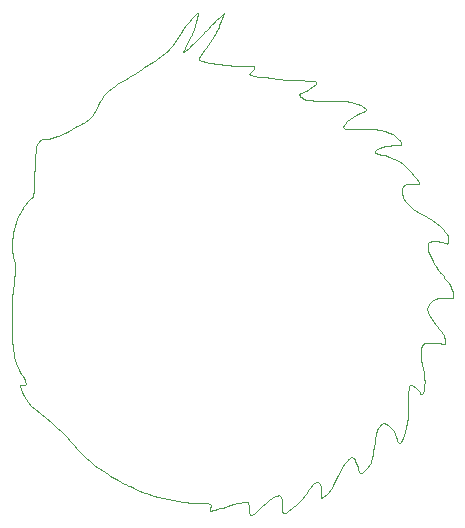
<source format=gbr>
G04 #@! TF.GenerationSoftware,KiCad,Pcbnew,5.1.4-e60b266~84~ubuntu18.04.1*
G04 #@! TF.CreationDate,2019-11-05T13:07:08-07:00*
G04 #@! TF.ProjectId,001,3030312e-6b69-4636-9164-5f7063625858,rev?*
G04 #@! TF.SameCoordinates,Original*
G04 #@! TF.FileFunction,Profile,NP*
%FSLAX46Y46*%
G04 Gerber Fmt 4.6, Leading zero omitted, Abs format (unit mm)*
G04 Created by KiCad (PCBNEW 5.1.4-e60b266~84~ubuntu18.04.1) date 2019-11-05 13:07:08*
%MOMM*%
%LPD*%
G04 APERTURE LIST*
%ADD10C,0.100000*%
G04 APERTURE END LIST*
D10*
X150281413Y-121034890D02*
X150281540Y-121035188D01*
X150281412Y-121034886D02*
X150281413Y-121034890D01*
X150281411Y-121034881D02*
X150281412Y-121034886D01*
X150281410Y-121034876D02*
X150281411Y-121034881D01*
X150281410Y-121034872D02*
X150281410Y-121034876D01*
X150281409Y-121034867D02*
X150281410Y-121034872D01*
X150281408Y-121034863D02*
X150281409Y-121034867D01*
X150281784Y-121097448D02*
X150281408Y-121034863D01*
X150284707Y-121173888D02*
X150281784Y-121097448D01*
X150291307Y-121233218D02*
X150284707Y-121173888D01*
X150302367Y-121277448D02*
X150291307Y-121233218D01*
X150318937Y-121308618D02*
X150302367Y-121277448D01*
X150341967Y-121328768D02*
X150318937Y-121308618D01*
X150372377Y-121339868D02*
X150341967Y-121328768D01*
X150411147Y-121344168D02*
X150372377Y-121339868D01*
X150467567Y-121343968D02*
X150411147Y-121344168D01*
X150522897Y-121336928D02*
X150467567Y-121343968D01*
X150582707Y-121313728D02*
X150522897Y-121336928D01*
X150658767Y-121265368D02*
X150582707Y-121313728D01*
X150762883Y-121182688D02*
X150658767Y-121265368D01*
X150906855Y-121056561D02*
X150762883Y-121182688D01*
X151102455Y-120877857D02*
X150906855Y-121056561D01*
X151361486Y-120637449D02*
X151102455Y-120877857D01*
X151684756Y-120340242D02*
X151361486Y-120637449D01*
X151974329Y-120097366D02*
X151684756Y-120340242D01*
X152226835Y-119912447D02*
X151974329Y-120097366D01*
X152443202Y-119785071D02*
X152226835Y-119912447D01*
X152624408Y-119714791D02*
X152443202Y-119785071D01*
X152771372Y-119701331D02*
X152624408Y-119714791D01*
X152885062Y-119744181D02*
X152771372Y-119701331D01*
X152966422Y-119842951D02*
X152885062Y-119744181D01*
X152994232Y-119920061D02*
X152966422Y-119842951D01*
X153007622Y-119981401D02*
X152994232Y-119920061D01*
X153019792Y-120059731D02*
X153007622Y-119981401D01*
X153030662Y-120151971D02*
X153019792Y-120059731D01*
X153039762Y-120255089D02*
X153030662Y-120151971D01*
X153046862Y-120366016D02*
X153039762Y-120255089D01*
X153051834Y-120481663D02*
X153046862Y-120366016D01*
X153054162Y-120599006D02*
X153051834Y-120481663D01*
X153054414Y-120754120D02*
X153054162Y-120599006D01*
X153056769Y-120895323D02*
X153054414Y-120754120D01*
X153062069Y-121004023D02*
X153056769Y-120895323D01*
X153071419Y-121084263D02*
X153062069Y-121004023D01*
X153085499Y-121140113D02*
X153071419Y-121084263D01*
X153105399Y-121175683D02*
X153085499Y-121140113D01*
X153131819Y-121194933D02*
X153105399Y-121175683D01*
X153165819Y-121201933D02*
X153131819Y-121194933D01*
X153234409Y-121195053D02*
X153165819Y-121201933D01*
X153347821Y-121150233D02*
X153234409Y-121195053D01*
X153488502Y-121072553D02*
X153347821Y-121150233D01*
X153649445Y-120967044D02*
X153488502Y-121072553D01*
X153823681Y-120838781D02*
X153649445Y-120967044D01*
X154004201Y-120692821D02*
X153823681Y-120838781D01*
X154184028Y-120534211D02*
X154004201Y-120692821D01*
X154356172Y-120368017D02*
X154184028Y-120534211D01*
X154540089Y-120174548D02*
X154356172Y-120368017D01*
X154695847Y-120009650D02*
X154540089Y-120174548D01*
X154816215Y-119879787D02*
X154695847Y-120009650D01*
X154909905Y-119774637D02*
X154816215Y-119879787D01*
X154985635Y-119683887D02*
X154909905Y-119774637D01*
X155052135Y-119597207D02*
X154985635Y-119683887D01*
X155118115Y-119504307D02*
X155052135Y-119597207D01*
X155192295Y-119394838D02*
X155118115Y-119504307D01*
X155325069Y-119197255D02*
X155192295Y-119394838D01*
X155457161Y-119007815D02*
X155325069Y-119197255D01*
X155568094Y-118859208D02*
X155457161Y-119007815D01*
X155662274Y-118746933D02*
X155568094Y-118859208D01*
X155744074Y-118666513D02*
X155662274Y-118746933D01*
X155817904Y-118613453D02*
X155744074Y-118666513D01*
X155888154Y-118583283D02*
X155817904Y-118613453D01*
X155959214Y-118571483D02*
X155888154Y-118583283D01*
X156047884Y-118574183D02*
X155959214Y-118571483D01*
X156127674Y-118595733D02*
X156047884Y-118574183D01*
X156191704Y-118639373D02*
X156127674Y-118595733D01*
X156241384Y-118708483D02*
X156191704Y-118639373D01*
X156278104Y-118806383D02*
X156241384Y-118708483D01*
X156303294Y-118936449D02*
X156278104Y-118806383D01*
X156318284Y-119102005D02*
X156303294Y-118936449D01*
X156324484Y-119306396D02*
X156318284Y-119102005D01*
X156324484Y-119386186D02*
X156324484Y-119306396D01*
X156324484Y-119453656D02*
X156324484Y-119386186D01*
X156324484Y-119521116D02*
X156324484Y-119453656D01*
X156324484Y-119588576D02*
X156324484Y-119521116D01*
X156324484Y-119656036D02*
X156324484Y-119588576D01*
X156324484Y-119723506D02*
X156324484Y-119656036D01*
X156324484Y-119790966D02*
X156324484Y-119723506D01*
X156324484Y-119858426D02*
X156324484Y-119790966D01*
X156324484Y-119925886D02*
X156324484Y-119858426D01*
X156350024Y-119912686D02*
X156324484Y-119925886D01*
X156375564Y-119899486D02*
X156350024Y-119912686D01*
X156401104Y-119886286D02*
X156375564Y-119899486D01*
X156426644Y-119873086D02*
X156401104Y-119886286D01*
X156452184Y-119859886D02*
X156426644Y-119873086D01*
X156477724Y-119846686D02*
X156452184Y-119859886D01*
X156503264Y-119833486D02*
X156477724Y-119846686D01*
X156603832Y-119776306D02*
X156503264Y-119833486D01*
X156727026Y-119678496D02*
X156603832Y-119776306D01*
X156857644Y-119551246D02*
X156727026Y-119678496D01*
X156991215Y-119400150D02*
X156857644Y-119551246D01*
X157123290Y-119230824D02*
X156991215Y-119400150D01*
X157249398Y-119048854D02*
X157123290Y-119230824D01*
X157365097Y-118859866D02*
X157249398Y-119048854D01*
X157465907Y-118669445D02*
X157365097Y-118859866D01*
X157614918Y-118342930D02*
X157465907Y-118669445D01*
X157780166Y-117992968D02*
X157614918Y-118342930D01*
X157930049Y-117690078D02*
X157780166Y-117992968D01*
X158066556Y-117430712D02*
X157930049Y-117690078D01*
X158191667Y-117211336D02*
X158066556Y-117430712D01*
X158307389Y-117028421D02*
X158191667Y-117211336D01*
X158415684Y-116878407D02*
X158307389Y-117028421D01*
X158518568Y-116757763D02*
X158415684Y-116878407D01*
X158591708Y-116685893D02*
X158518568Y-116757763D01*
X158651048Y-116630793D02*
X158591708Y-116685893D01*
X158708498Y-116580333D02*
X158651048Y-116630793D01*
X158762558Y-116535683D02*
X158708498Y-116580333D01*
X158811718Y-116498013D02*
X158762558Y-116535683D01*
X158854458Y-116468543D02*
X158811718Y-116498013D01*
X158889288Y-116448303D02*
X158854458Y-116468543D01*
X158914708Y-116438703D02*
X158889288Y-116448303D01*
X158960088Y-116445983D02*
X158914708Y-116438703D01*
X159028068Y-116493223D02*
X158960088Y-116445983D01*
X159101708Y-116574813D02*
X159028068Y-116493223D01*
X159177768Y-116685137D02*
X159101708Y-116574813D01*
X159252968Y-116818586D02*
X159177768Y-116685137D01*
X159324048Y-116969549D02*
X159252968Y-116818586D01*
X159387758Y-117132415D02*
X159324048Y-116969549D01*
X159440818Y-117301573D02*
X159387758Y-117132415D01*
X159470488Y-117420623D02*
X159440818Y-117301573D01*
X159495868Y-117509973D02*
X159470488Y-117420623D01*
X159522348Y-117592883D02*
X159495868Y-117509973D01*
X159549028Y-117667333D02*
X159522348Y-117592883D01*
X159575228Y-117731363D02*
X159549028Y-117667333D01*
X159600148Y-117782973D02*
X159575228Y-117731363D01*
X159622888Y-117820173D02*
X159600148Y-117782973D01*
X159642768Y-117840983D02*
X159622888Y-117820173D01*
X159688538Y-117843893D02*
X159642768Y-117840983D01*
X159781352Y-117797613D02*
X159688538Y-117843893D01*
X159899696Y-117709193D02*
X159781352Y-117797613D01*
X160032950Y-117589300D02*
X159899696Y-117709193D01*
X160170492Y-117448572D02*
X160032950Y-117589300D01*
X160301703Y-117297672D02*
X160170492Y-117448572D01*
X160415972Y-117147255D02*
X160301703Y-117297672D01*
X160502662Y-117007973D02*
X160415972Y-117147255D01*
X160540422Y-116921343D02*
X160502662Y-117007973D01*
X160571742Y-116827884D02*
X160540422Y-116921343D01*
X160604752Y-116711954D02*
X160571742Y-116827884D01*
X160638432Y-116577948D02*
X160604752Y-116711954D01*
X160671762Y-116430270D02*
X160638432Y-116577948D01*
X160703762Y-116273305D02*
X160671762Y-116430270D01*
X160733342Y-116111457D02*
X160703762Y-116273305D01*
X160759602Y-115949111D02*
X160733342Y-116111457D01*
X160814952Y-115561736D02*
X160759602Y-115949111D01*
X160874722Y-115158456D02*
X160814952Y-115561736D01*
X160925362Y-114845766D02*
X160874722Y-115158456D01*
X160970932Y-114606167D02*
X160925362Y-114845766D01*
X161015472Y-114422155D02*
X160970932Y-114606167D01*
X161063032Y-114276215D02*
X161015472Y-114422155D01*
X161117662Y-114150842D02*
X161063032Y-114276215D01*
X161183402Y-114028540D02*
X161117662Y-114150842D01*
X161247852Y-113919740D02*
X161183402Y-114028540D01*
X161301122Y-113837680D02*
X161247852Y-113919740D01*
X161350912Y-113770270D02*
X161301122Y-113837680D01*
X161398532Y-113716260D02*
X161350912Y-113770270D01*
X161445282Y-113674430D02*
X161398532Y-113716260D01*
X161492492Y-113643580D02*
X161445282Y-113674430D01*
X161541462Y-113622430D02*
X161492492Y-113643580D01*
X161593512Y-113609770D02*
X161541462Y-113622430D01*
X161712507Y-113606410D02*
X161593512Y-113609770D01*
X161873282Y-113656580D02*
X161712507Y-113606410D01*
X162038890Y-113756553D02*
X161873282Y-113656580D01*
X162202711Y-113899081D02*
X162038890Y-113756553D01*
X162358146Y-114076938D02*
X162202711Y-113899081D01*
X162498567Y-114282847D02*
X162358146Y-114076938D01*
X162617384Y-114509590D02*
X162498567Y-114282847D01*
X162707984Y-114749901D02*
X162617384Y-114509590D01*
X162759684Y-114949112D02*
X162707984Y-114749901D01*
X162805914Y-115086042D02*
X162759684Y-114949112D01*
X162853294Y-115181132D02*
X162805914Y-115086042D01*
X162903464Y-115235002D02*
X162853294Y-115181132D01*
X162958074Y-115248113D02*
X162903464Y-115235002D01*
X163018754Y-115221303D02*
X162958074Y-115248113D01*
X163087144Y-115155033D02*
X163018754Y-115221303D01*
X163164884Y-115049940D02*
X163087144Y-115155033D01*
X163280430Y-114856734D02*
X163164884Y-115049940D01*
X163392372Y-114600501D02*
X163280430Y-114856734D01*
X163485692Y-114299829D02*
X163392372Y-114600501D01*
X163561422Y-113947972D02*
X163485692Y-114299829D01*
X163620612Y-113538182D02*
X163561422Y-113947972D01*
X163664312Y-113063710D02*
X163620612Y-113538182D01*
X163693562Y-112517809D02*
X163664312Y-113063710D01*
X163709422Y-111893728D02*
X163693562Y-112517809D01*
X163715942Y-111339769D02*
X163709422Y-111893728D01*
X163736202Y-110951554D02*
X163715942Y-111339769D01*
X163773822Y-110663017D02*
X163736202Y-110951554D01*
X163831922Y-110469375D02*
X163773822Y-110663017D01*
X163913652Y-110365865D02*
X163831922Y-110469375D01*
X164022132Y-110347645D02*
X163913652Y-110365865D01*
X164160499Y-110410035D02*
X164022132Y-110347645D01*
X164331898Y-110548221D02*
X164160499Y-110410035D01*
X164441798Y-110656661D02*
X164331898Y-110548221D01*
X164502388Y-110720041D02*
X164441798Y-110656661D01*
X164557888Y-110781401D02*
X164502388Y-110720041D01*
X164606988Y-110839121D02*
X164557888Y-110781401D01*
X164648408Y-110891591D02*
X164606988Y-110839121D01*
X164680848Y-110937181D02*
X164648408Y-110891591D01*
X164703058Y-110974311D02*
X164680848Y-110937181D01*
X164713658Y-111001331D02*
X164703058Y-110974311D01*
X164716658Y-111050801D02*
X164713658Y-111001331D01*
X164735258Y-111096751D02*
X164716658Y-111050801D01*
X164766208Y-111121911D02*
X164735258Y-111096751D01*
X164806138Y-111127211D02*
X164766208Y-111121911D01*
X164851758Y-111113521D02*
X164806138Y-111127211D01*
X164899758Y-111081451D02*
X164851758Y-111113521D01*
X164946818Y-111031861D02*
X164899758Y-111081451D01*
X164989618Y-110965541D02*
X164946818Y-111031861D01*
X165035958Y-110845287D02*
X164989618Y-110965541D01*
X165073448Y-110640175D02*
X165035958Y-110845287D01*
X165096188Y-110383227D02*
X165073448Y-110640175D01*
X165104588Y-110094237D02*
X165096188Y-110383227D01*
X165098688Y-109793013D02*
X165104588Y-110094237D01*
X165078738Y-109499358D02*
X165098688Y-109793013D01*
X165045048Y-109233068D02*
X165078738Y-109499358D01*
X164997828Y-109013943D02*
X165045048Y-109233068D01*
X164961908Y-108909703D02*
X164997828Y-109013943D01*
X164936928Y-108819103D02*
X164961908Y-108909703D01*
X164912138Y-108714000D02*
X164936928Y-108819103D01*
X164888318Y-108598082D02*
X164912138Y-108714000D01*
X164866148Y-108475032D02*
X164888318Y-108598082D01*
X164846198Y-108348543D02*
X164866148Y-108475032D01*
X164829258Y-108222277D02*
X164846198Y-108348543D01*
X164815998Y-108099947D02*
X164829258Y-108222277D01*
X164793008Y-107793412D02*
X164815998Y-108099947D01*
X164788908Y-107466795D02*
X164793008Y-107793412D01*
X164818958Y-107213979D02*
X164788908Y-107466795D01*
X164889988Y-107026306D02*
X164818958Y-107213979D01*
X165008830Y-106895147D02*
X164889988Y-107026306D01*
X165182300Y-106811867D02*
X165008830Y-106895147D01*
X165417200Y-106767807D02*
X165182300Y-106811867D01*
X165720365Y-106754407D02*
X165417200Y-106767807D01*
X165924422Y-106757907D02*
X165720365Y-106754407D01*
X166043676Y-106763007D02*
X165924422Y-106757907D01*
X166155784Y-106770607D02*
X166043676Y-106763007D01*
X166257964Y-106780307D02*
X166155784Y-106770607D01*
X166347454Y-106791777D02*
X166257964Y-106780307D01*
X166421484Y-106804677D02*
X166347454Y-106791777D01*
X166477294Y-106818667D02*
X166421484Y-106804677D01*
X166512054Y-106833417D02*
X166477294Y-106818667D01*
X166528034Y-106848487D02*
X166512054Y-106833417D01*
X166548194Y-106862667D02*
X166528034Y-106848487D01*
X166571614Y-106875647D02*
X166548194Y-106862667D01*
X166597564Y-106887137D02*
X166571614Y-106875647D01*
X166625114Y-106896837D02*
X166597564Y-106887137D01*
X166653644Y-106904337D02*
X166625114Y-106896837D01*
X166682124Y-106909553D02*
X166653644Y-106904337D01*
X166709824Y-106912037D02*
X166682124Y-106909553D01*
X166742294Y-106911137D02*
X166709824Y-106912037D01*
X166772114Y-106904337D02*
X166742294Y-106911137D01*
X166796154Y-106890537D02*
X166772114Y-106904337D01*
X166814864Y-106868977D02*
X166796154Y-106890537D01*
X166828824Y-106838617D02*
X166814864Y-106868977D01*
X166838424Y-106798507D02*
X166828824Y-106838617D01*
X166844140Y-106747687D02*
X166838424Y-106798507D01*
X166846524Y-106685217D02*
X166844140Y-106747687D01*
X166844324Y-106567041D02*
X166846524Y-106685217D01*
X166826194Y-106431751D02*
X166844324Y-106567041D01*
X166788484Y-106296020D02*
X166826194Y-106431751D01*
X166727444Y-106152932D02*
X166788484Y-106296020D01*
X166639354Y-105995578D02*
X166727444Y-106152932D01*
X166520477Y-105817064D02*
X166639354Y-105995578D01*
X166367106Y-105610462D02*
X166520477Y-105817064D01*
X166175495Y-105368885D02*
X166367106Y-105610462D01*
X166024098Y-105183433D02*
X166175495Y-105368885D01*
X165912982Y-105042729D02*
X166024098Y-105183433D01*
X165807433Y-104904892D02*
X165912982Y-105042729D01*
X165710123Y-104773622D02*
X165807433Y-104904892D01*
X165623713Y-104652626D02*
X165710123Y-104773622D01*
X165550873Y-104545624D02*
X165623713Y-104652626D01*
X165494273Y-104456314D02*
X165550873Y-104545624D01*
X165456543Y-104388414D02*
X165494273Y-104456314D01*
X165376353Y-104166800D02*
X165456543Y-104388414D01*
X165345823Y-103884189D02*
X165376353Y-104166800D01*
X165398713Y-103633527D02*
X165345823Y-103884189D01*
X165531240Y-103418400D02*
X165398713Y-103633527D01*
X165739569Y-103242385D02*
X165531240Y-103418400D01*
X166019860Y-103109057D02*
X165739569Y-103242385D01*
X166368287Y-103021997D02*
X166019860Y-103109057D01*
X166781014Y-102984727D02*
X166368287Y-103021997D01*
X167075999Y-102989204D02*
X166781014Y-102984727D01*
X167241745Y-102989986D02*
X167075999Y-102989204D01*
X167364394Y-102986779D02*
X167241745Y-102989986D01*
X167450354Y-102978189D02*
X167364394Y-102986779D01*
X167506064Y-102962579D02*
X167450354Y-102978189D01*
X167537924Y-102938349D02*
X167506064Y-102962579D01*
X167552414Y-102904089D02*
X167537924Y-102938349D01*
X167556014Y-102858219D02*
X167552414Y-102904089D01*
X167551524Y-102782729D02*
X167556014Y-102858219D01*
X167527234Y-102659410D02*
X167551524Y-102782729D01*
X167487784Y-102507089D02*
X167527234Y-102659410D01*
X167437674Y-102339539D02*
X167487784Y-102507089D01*
X167381394Y-102170532D02*
X167437674Y-102339539D01*
X167323474Y-102013839D02*
X167381394Y-102170532D01*
X167268394Y-101883232D02*
X167323474Y-102013839D01*
X167220694Y-101792482D02*
X167268394Y-101883232D01*
X167195384Y-101761352D02*
X167220694Y-101792482D01*
X167164024Y-101722492D02*
X167195384Y-101761352D01*
X167120694Y-101668762D02*
X167164024Y-101722492D01*
X167067264Y-101602412D02*
X167120694Y-101668762D01*
X167005534Y-101525732D02*
X167067264Y-101602412D01*
X166937334Y-101440962D02*
X167005534Y-101525732D01*
X166864494Y-101350392D02*
X166937334Y-101440962D01*
X166788854Y-101256272D02*
X166864494Y-101350392D01*
X166712554Y-101161442D02*
X166788854Y-101256272D01*
X166639104Y-101070792D02*
X166712554Y-101161442D01*
X166570204Y-100986392D02*
X166639104Y-101070792D01*
X166507534Y-100910252D02*
X166570204Y-100986392D01*
X166452794Y-100844432D02*
X166507534Y-100910252D01*
X166407684Y-100790982D02*
X166452794Y-100844432D01*
X166373914Y-100751932D02*
X166407684Y-100790982D01*
X166353144Y-100729262D02*
X166373914Y-100751932D01*
X166318544Y-100694012D02*
X166353144Y-100729262D01*
X166245194Y-100594550D02*
X166318544Y-100694012D01*
X166150754Y-100452070D02*
X166245194Y-100594550D01*
X166042709Y-100279039D02*
X166150754Y-100452070D01*
X165928584Y-100087932D02*
X166042709Y-100279039D01*
X165815873Y-99891225D02*
X165928584Y-100087932D01*
X165712063Y-99701395D02*
X165815873Y-99891225D01*
X165624673Y-99530917D02*
X165712063Y-99701395D01*
X165546953Y-99359307D02*
X165624673Y-99530917D01*
X165477533Y-99171974D02*
X165546953Y-99359307D01*
X165423283Y-98987320D02*
X165477533Y-99171974D01*
X165384993Y-98810777D02*
X165423283Y-98987320D01*
X165363503Y-98647798D02*
X165384993Y-98810777D01*
X165359603Y-98503815D02*
X165363503Y-98647798D01*
X165374063Y-98384280D02*
X165359603Y-98503815D01*
X165407683Y-98294640D02*
X165374063Y-98384280D01*
X165463283Y-98241590D02*
X165407683Y-98294640D01*
X165567650Y-98204160D02*
X165463283Y-98241590D01*
X165711475Y-98179880D02*
X165567650Y-98204160D01*
X165883289Y-98168600D02*
X165711475Y-98179880D01*
X166071586Y-98170380D02*
X165883289Y-98168600D01*
X166264889Y-98185390D02*
X166071586Y-98170380D01*
X166451709Y-98213440D02*
X166264889Y-98185390D01*
X166620570Y-98254670D02*
X166451709Y-98213440D01*
X166708160Y-98286020D02*
X166620570Y-98254670D01*
X166767060Y-98305890D02*
X166708160Y-98286020D01*
X166824480Y-98324170D02*
X166767060Y-98305890D01*
X166878910Y-98340520D02*
X166824480Y-98324170D01*
X166928800Y-98354410D02*
X166878910Y-98340520D01*
X166972640Y-98365520D02*
X166928800Y-98354410D01*
X167008860Y-98373320D02*
X166972640Y-98365520D01*
X167036010Y-98377395D02*
X167008860Y-98373320D01*
X167067710Y-98372110D02*
X167036010Y-98377395D01*
X167097590Y-98332620D02*
X167067710Y-98372110D01*
X167117970Y-98265200D02*
X167097590Y-98332620D01*
X167128710Y-98176360D02*
X167117970Y-98265200D01*
X167129670Y-98072618D02*
X167128710Y-98176360D01*
X167120570Y-97960488D02*
X167129670Y-98072618D01*
X167101370Y-97846475D02*
X167120570Y-97960488D01*
X167071950Y-97737116D02*
X167101370Y-97846475D01*
X167005020Y-97588490D02*
X167071950Y-97737116D01*
X166859716Y-97389657D02*
X167005020Y-97588490D01*
X166651145Y-97167664D02*
X166859716Y-97389657D01*
X166386291Y-96928224D02*
X166651145Y-97167664D01*
X166072153Y-96677023D02*
X166386291Y-96928224D01*
X165715718Y-96419746D02*
X166072153Y-96677023D01*
X165323976Y-96162117D02*
X165715718Y-96419746D01*
X164903916Y-95909801D02*
X165323976Y-96162117D01*
X164648592Y-95768011D02*
X164903916Y-95909801D01*
X164518979Y-95695111D02*
X164648592Y-95768011D01*
X164415909Y-95634151D02*
X164518979Y-95695111D01*
X164327829Y-95576791D02*
X164415909Y-95634151D01*
X164243229Y-95514761D02*
X164327829Y-95576791D01*
X164150539Y-95439751D02*
X164243229Y-95514761D01*
X164038213Y-95343469D02*
X164150539Y-95439751D01*
X163894733Y-95217606D02*
X164038213Y-95343469D01*
X163727610Y-95067712D02*
X163894733Y-95217606D01*
X163589470Y-94924969D02*
X163727610Y-95067712D01*
X163475496Y-94783661D02*
X163589470Y-94924969D01*
X163384336Y-94641071D02*
X163475496Y-94783661D01*
X163314636Y-94494512D02*
X163384336Y-94641071D01*
X163265046Y-94341297D02*
X163314636Y-94494512D01*
X163234176Y-94178702D02*
X163265046Y-94341297D01*
X163220776Y-94004058D02*
X163234176Y-94178702D01*
X163221120Y-93861785D02*
X163220776Y-94004058D01*
X163224576Y-93762275D02*
X163221120Y-93861785D01*
X163232276Y-93681935D02*
X163224576Y-93762275D01*
X163245346Y-93617375D02*
X163232276Y-93681935D01*
X163264846Y-93565175D02*
X163245346Y-93617375D01*
X163292196Y-93521955D02*
X163264846Y-93565175D01*
X163328366Y-93484305D02*
X163292196Y-93521955D01*
X163374566Y-93448815D02*
X163328366Y-93484305D01*
X163446396Y-93406785D02*
X163374566Y-93448815D01*
X163553280Y-93369145D02*
X163446396Y-93406785D01*
X163682582Y-93339935D02*
X163553280Y-93369145D01*
X163826980Y-93319785D02*
X163682582Y-93339935D01*
X163979153Y-93309354D02*
X163826980Y-93319785D01*
X164131789Y-93309085D02*
X163979153Y-93309354D01*
X164277545Y-93319595D02*
X164131789Y-93309085D01*
X164409111Y-93341565D02*
X164277545Y-93319595D01*
X164508291Y-93367485D02*
X164409111Y-93341565D01*
X164577061Y-93372985D02*
X164508291Y-93367485D01*
X164620741Y-93358415D02*
X164577061Y-93372985D01*
X164639137Y-93322435D02*
X164620741Y-93358415D01*
X164632331Y-93263785D02*
X164639137Y-93322435D01*
X164600211Y-93181215D02*
X164632331Y-93263785D01*
X164542721Y-93073448D02*
X164600211Y-93181215D01*
X164459791Y-92939221D02*
X164542721Y-93073448D01*
X164250433Y-92636642D02*
X164459791Y-92939221D01*
X163956933Y-92285572D02*
X164250433Y-92636642D01*
X163633303Y-91963896D02*
X163956933Y-92285572D01*
X163284101Y-91674825D02*
X163633303Y-91963896D01*
X162913882Y-91421592D02*
X163284101Y-91674825D01*
X162527206Y-91207418D02*
X162913882Y-91421592D01*
X162128629Y-91035514D02*
X162527206Y-91207418D01*
X161722708Y-90909111D02*
X162128629Y-91035514D01*
X161445884Y-90850491D02*
X161722708Y-90909111D01*
X161272731Y-90811071D02*
X161445884Y-90850491D01*
X161136983Y-90776121D02*
X161272731Y-90811071D01*
X161034503Y-90744011D02*
X161136983Y-90776121D01*
X160961163Y-90713071D02*
X161034503Y-90744011D01*
X160912823Y-90681671D02*
X160961163Y-90713071D01*
X160885323Y-90648171D02*
X160912823Y-90681671D01*
X160874623Y-90610921D02*
X160885323Y-90648171D01*
X160887343Y-90529608D02*
X160874623Y-90610921D01*
X160970176Y-90430988D02*
X160887343Y-90529608D01*
X161113797Y-90337968D02*
X160970176Y-90430988D01*
X161308854Y-90253568D02*
X161113797Y-90337968D01*
X161546025Y-90180808D02*
X161308854Y-90253568D01*
X161815988Y-90122738D02*
X161546025Y-90180808D01*
X162109393Y-90082408D02*
X161815988Y-90122738D01*
X162416918Y-90062728D02*
X162109393Y-90082408D01*
X162657920Y-90062561D02*
X162416918Y-90062728D01*
X162821316Y-90060511D02*
X162657920Y-90062561D01*
X162944168Y-90055311D02*
X162821316Y-90060511D01*
X163032158Y-90045741D02*
X162944168Y-90055311D01*
X163091008Y-90030311D02*
X163032158Y-90045741D01*
X163126358Y-90007931D02*
X163091008Y-90030311D01*
X163144078Y-89977281D02*
X163126358Y-90007931D01*
X163149678Y-89936971D02*
X163144078Y-89977281D01*
X163147778Y-89899331D02*
X163149678Y-89936971D01*
X163135278Y-89859561D02*
X163147778Y-89899331D01*
X163113348Y-89812661D02*
X163135278Y-89859561D01*
X163082958Y-89760321D02*
X163113348Y-89812661D01*
X163045318Y-89704211D02*
X163082958Y-89760321D01*
X163001478Y-89646011D02*
X163045318Y-89704211D01*
X162952558Y-89587411D02*
X163001478Y-89646011D01*
X162899658Y-89530061D02*
X162952558Y-89587411D01*
X162706796Y-89349366D02*
X162899658Y-89530061D01*
X162419574Y-89143405D02*
X162706796Y-89349366D01*
X162097848Y-88976844D02*
X162419574Y-89143405D01*
X161734662Y-88847997D02*
X162097848Y-88976844D01*
X161323052Y-88755147D02*
X161734662Y-88847997D01*
X160856056Y-88696577D02*
X161323052Y-88755147D01*
X160326711Y-88670596D02*
X160856056Y-88696577D01*
X159728056Y-88675467D02*
X160326711Y-88670596D01*
X159255110Y-88695747D02*
X159728056Y-88675467D01*
X158945612Y-88703496D02*
X159255110Y-88695747D01*
X158704091Y-88701247D02*
X158945612Y-88703496D01*
X158522775Y-88687797D02*
X158704091Y-88701247D01*
X158393890Y-88661617D02*
X158522775Y-88687797D01*
X158309670Y-88621397D02*
X158393890Y-88661617D01*
X158262290Y-88565797D02*
X158309670Y-88621397D01*
X158244120Y-88493437D02*
X158262290Y-88565797D01*
X158261440Y-88378639D02*
X158244120Y-88493437D01*
X158370197Y-88215836D02*
X158261440Y-88378639D01*
X158551679Y-88028578D02*
X158370197Y-88215836D01*
X158787190Y-87830657D02*
X158551679Y-88028578D01*
X159058013Y-87635866D02*
X158787190Y-87830657D01*
X159345451Y-87457996D02*
X159058013Y-87635866D01*
X159630800Y-87310836D02*
X159345451Y-87457996D01*
X159895341Y-87208175D02*
X159630800Y-87310836D01*
X160078220Y-87156952D02*
X159895341Y-87208175D01*
X160154540Y-87086676D02*
X160078220Y-87156952D01*
X160148010Y-86998432D02*
X160154540Y-87086676D01*
X160065303Y-86897325D02*
X160148010Y-86998432D01*
X159913108Y-86788464D02*
X160065303Y-86897325D01*
X159698098Y-86676952D02*
X159913108Y-86788464D01*
X159426939Y-86567897D02*
X159698098Y-86676952D01*
X159106310Y-86466405D02*
X159426939Y-86567897D01*
X158874510Y-86408060D02*
X159106310Y-86466405D01*
X158708889Y-86373668D02*
X158874510Y-86408060D01*
X158536678Y-86346709D02*
X158708889Y-86373668D01*
X158346526Y-86326365D02*
X158536678Y-86346709D01*
X158127082Y-86311805D02*
X158346526Y-86326365D01*
X157867009Y-86302205D02*
X158127082Y-86311805D01*
X157554940Y-86296754D02*
X157867009Y-86302205D01*
X157179529Y-86294625D02*
X157554940Y-86296754D01*
X156700252Y-86293445D02*
X157179529Y-86294625D01*
X156252441Y-86285272D02*
X156700252Y-86293445D01*
X155863357Y-86270246D02*
X156252441Y-86285272D01*
X155534444Y-86248519D02*
X155863357Y-86270246D01*
X155267142Y-86220222D02*
X155534444Y-86248519D01*
X155062897Y-86185499D02*
X155267142Y-86220222D01*
X154923152Y-86144491D02*
X155062897Y-86185499D01*
X154849342Y-86097340D02*
X154923152Y-86144491D01*
X154839542Y-86070481D02*
X154849342Y-86097340D01*
X154830362Y-86057058D02*
X154839542Y-86070481D01*
X154818152Y-86044760D02*
X154830362Y-86057058D01*
X154803322Y-86033884D02*
X154818152Y-86044760D01*
X154786472Y-86024704D02*
X154803322Y-86033884D01*
X154768002Y-86017514D02*
X154786472Y-86024704D01*
X154748412Y-86012596D02*
X154768002Y-86017514D01*
X154728302Y-86010244D02*
X154748412Y-86012596D01*
X154707662Y-86009274D02*
X154728302Y-86010244D01*
X154685242Y-86002874D02*
X154707662Y-86009274D01*
X154661942Y-85991593D02*
X154685242Y-86002874D01*
X154638262Y-85976002D02*
X154661942Y-85991593D01*
X154615012Y-85956667D02*
X154638262Y-85976002D01*
X154592802Y-85934153D02*
X154615012Y-85956667D01*
X154572432Y-85909025D02*
X154592802Y-85934153D01*
X154554602Y-85881858D02*
X154572432Y-85909025D01*
X154529302Y-85835019D02*
X154554602Y-85881858D01*
X154510292Y-85789449D02*
X154529302Y-85835019D01*
X154510092Y-85749873D02*
X154510292Y-85789449D01*
X154535662Y-85710516D02*
X154510092Y-85749873D01*
X154593832Y-85665601D02*
X154535662Y-85710516D01*
X154691572Y-85609353D02*
X154593832Y-85665601D01*
X154835801Y-85535996D02*
X154691572Y-85609353D01*
X155033443Y-85439755D02*
X154835801Y-85535996D01*
X155240713Y-85337455D02*
X155033443Y-85439755D01*
X155414054Y-85240443D02*
X155240713Y-85337455D01*
X155569210Y-85142211D02*
X155414054Y-85240443D01*
X155702897Y-85045486D02*
X155569210Y-85142211D01*
X155811797Y-84952993D02*
X155702897Y-85045486D01*
X155892607Y-84867458D02*
X155811797Y-84952993D01*
X155942017Y-84791608D02*
X155892607Y-84867458D01*
X155956717Y-84728168D02*
X155942017Y-84791608D01*
X155944697Y-84698890D02*
X155956717Y-84728168D01*
X155923307Y-84680953D02*
X155944697Y-84698890D01*
X155890207Y-84663898D02*
X155923307Y-84680953D01*
X155846797Y-84648109D02*
X155890207Y-84663898D01*
X155794437Y-84633971D02*
X155846797Y-84648109D01*
X155734477Y-84621878D02*
X155794437Y-84633971D01*
X155668267Y-84612198D02*
X155734477Y-84621878D01*
X155597177Y-84605328D02*
X155668267Y-84612198D01*
X155516167Y-84600738D02*
X155597177Y-84605328D01*
X155390944Y-84593828D02*
X155516167Y-84600738D01*
X155227420Y-84584908D02*
X155390944Y-84593828D01*
X155032114Y-84574336D02*
X155227420Y-84584908D01*
X154811582Y-84562472D02*
X155032114Y-84574336D01*
X154572344Y-84549647D02*
X154811582Y-84562472D01*
X154320958Y-84536234D02*
X154572344Y-84549647D01*
X154063952Y-84522585D02*
X154320958Y-84536234D01*
X153487631Y-84489860D02*
X154063952Y-84522585D01*
X152785352Y-84438125D02*
X153487631Y-84489860D01*
X152136068Y-84378257D02*
X152785352Y-84438125D01*
X151556835Y-84312569D02*
X152136068Y-84378257D01*
X151064706Y-84243368D02*
X151556835Y-84312569D01*
X150676737Y-84172966D02*
X151064706Y-84243368D01*
X150409982Y-84103671D02*
X150676737Y-84172966D01*
X150281492Y-84037793D02*
X150409982Y-84103671D01*
X150282992Y-84010200D02*
X150281492Y-84037793D01*
X150292972Y-83992555D02*
X150282992Y-84010200D01*
X150310402Y-83968379D02*
X150292972Y-83992555D01*
X150334502Y-83938678D02*
X150310402Y-83968379D01*
X150364452Y-83904458D02*
X150334502Y-83938678D01*
X150399272Y-83866734D02*
X150364452Y-83904458D01*
X150438142Y-83826518D02*
X150399272Y-83866734D01*
X150480172Y-83784820D02*
X150438142Y-83826518D01*
X150523822Y-83742113D02*
X150480172Y-83784820D01*
X150564892Y-83696931D02*
X150523822Y-83742113D01*
X150602512Y-83650628D02*
X150564892Y-83696931D01*
X150635762Y-83604557D02*
X150602512Y-83650628D01*
X150663862Y-83560068D02*
X150635762Y-83604557D01*
X150685892Y-83518516D02*
X150663862Y-83560068D01*
X150700872Y-83481252D02*
X150685892Y-83518516D01*
X150708172Y-83449627D02*
X150700872Y-83481252D01*
X150707272Y-83414320D02*
X150708172Y-83449627D01*
X150697532Y-83382880D02*
X150707272Y-83414320D01*
X150673982Y-83360174D02*
X150697532Y-83382880D01*
X150631602Y-83345493D02*
X150673982Y-83360174D01*
X150565342Y-83338156D02*
X150631602Y-83345493D01*
X150470187Y-83337483D02*
X150565342Y-83338156D01*
X150341123Y-83342763D02*
X150470187Y-83337483D01*
X150173127Y-83353323D02*
X150341123Y-83342763D01*
X150018639Y-83363353D02*
X150173127Y-83353323D01*
X149873512Y-83367785D02*
X150018639Y-83363353D01*
X149716137Y-83368665D02*
X149873512Y-83367785D01*
X149551533Y-83366153D02*
X149716137Y-83368665D01*
X149384741Y-83360403D02*
X149551533Y-83366153D01*
X149220770Y-83351563D02*
X149384741Y-83360403D01*
X149064671Y-83339808D02*
X149220770Y-83351563D01*
X148921474Y-83325290D02*
X149064671Y-83339808D01*
X148788405Y-83308151D02*
X148921474Y-83325290D01*
X148632020Y-83288865D02*
X148788405Y-83308151D01*
X148458104Y-83268080D02*
X148632020Y-83288865D01*
X148272410Y-83246444D02*
X148458104Y-83268080D01*
X148080692Y-83224636D02*
X148272410Y-83246444D01*
X147888724Y-83203304D02*
X148080692Y-83224636D01*
X147702280Y-83183106D02*
X147888724Y-83203304D01*
X147527104Y-83164701D02*
X147702280Y-83183106D01*
X147366527Y-83148046D02*
X147527104Y-83164701D01*
X147212621Y-83130216D02*
X147366527Y-83148046D01*
X147068875Y-83111778D02*
X147212621Y-83130216D01*
X146938789Y-83093261D02*
X147068875Y-83111778D01*
X146825863Y-83075221D02*
X146938789Y-83093261D01*
X146733613Y-83058207D02*
X146825863Y-83075221D01*
X146665513Y-83042756D02*
X146733613Y-83058207D01*
X146625093Y-83029426D02*
X146665513Y-83042756D01*
X146608713Y-83018044D02*
X146625093Y-83029426D01*
X146582933Y-83005469D02*
X146608713Y-83018044D01*
X146549143Y-82992125D02*
X146582933Y-83005469D01*
X146508683Y-82978414D02*
X146549143Y-82992125D01*
X146462903Y-82964740D02*
X146508683Y-82978414D01*
X146413163Y-82951547D02*
X146462903Y-82964740D01*
X146360813Y-82939217D02*
X146413163Y-82951547D01*
X146307223Y-82928174D02*
X146360813Y-82939217D01*
X146253743Y-82917790D02*
X146307223Y-82928174D01*
X146201653Y-82903407D02*
X146253743Y-82917790D01*
X146152213Y-82885692D02*
X146201653Y-82903407D01*
X146106653Y-82865301D02*
X146152213Y-82885692D01*
X146066233Y-82842921D02*
X146106653Y-82865301D01*
X146032243Y-82819199D02*
X146066233Y-82842921D01*
X146005823Y-82794800D02*
X146032243Y-82819199D01*
X145988303Y-82770412D02*
X146005823Y-82794800D01*
X146047553Y-82658377D02*
X145988303Y-82770412D01*
X146136783Y-82512537D02*
X146047553Y-82658377D01*
X146221603Y-82377051D02*
X146136783Y-82512537D01*
X146302333Y-82251008D02*
X146221603Y-82377051D01*
X146379273Y-82133500D02*
X146302333Y-82251008D01*
X146452743Y-82023616D02*
X146379273Y-82133500D01*
X146523053Y-81920450D02*
X146452743Y-82023616D01*
X146590513Y-81823091D02*
X146523053Y-81920450D01*
X146655443Y-81730630D02*
X146590513Y-81823091D01*
X146718133Y-81642159D02*
X146655443Y-81730630D01*
X146778903Y-81556768D02*
X146718133Y-81642159D01*
X146838073Y-81473549D02*
X146778903Y-81556768D01*
X146895953Y-81391593D02*
X146838073Y-81473549D01*
X146952843Y-81309990D02*
X146895953Y-81391593D01*
X147009063Y-81227831D02*
X146952843Y-81309990D01*
X147064913Y-81144208D02*
X147009063Y-81227831D01*
X147120713Y-81058211D02*
X147064913Y-81144208D01*
X147176773Y-80968932D02*
X147120713Y-81058211D01*
X147233403Y-80875462D02*
X147176773Y-80968932D01*
X147290913Y-80776890D02*
X147233403Y-80875462D01*
X147349623Y-80672310D02*
X147290913Y-80776890D01*
X147409833Y-80560811D02*
X147349623Y-80672310D01*
X147471853Y-80441484D02*
X147409833Y-80560811D01*
X147536003Y-80313422D02*
X147471853Y-80441484D01*
X147602583Y-80175714D02*
X147536003Y-80313422D01*
X147671913Y-80027450D02*
X147602583Y-80175714D01*
X147744303Y-79867724D02*
X147671913Y-80027450D01*
X147820063Y-79695626D02*
X147744303Y-79867724D01*
X147899503Y-79510245D02*
X147820063Y-79695626D01*
X147982923Y-79310675D02*
X147899503Y-79510245D01*
X148070653Y-79096005D02*
X147982923Y-79310675D01*
X148163003Y-78865326D02*
X148070653Y-79096005D01*
X148058628Y-78908811D02*
X148163003Y-78865326D01*
X147869304Y-79083770D02*
X148058628Y-78908811D01*
X147695824Y-79245762D02*
X147869304Y-79083770D01*
X147537101Y-79395651D02*
X147695824Y-79245762D01*
X147392078Y-79534300D02*
X147537101Y-79395651D01*
X147259659Y-79662573D02*
X147392078Y-79534300D01*
X147138787Y-79781334D02*
X147259659Y-79662573D01*
X147028366Y-79891445D02*
X147138787Y-79781334D01*
X146927326Y-79993771D02*
X147028366Y-79891445D01*
X146834596Y-80089175D02*
X146927326Y-79993771D01*
X146749096Y-80178521D02*
X146834596Y-80089175D01*
X146669746Y-80262673D02*
X146749096Y-80178521D01*
X146595476Y-80342493D02*
X146669746Y-80262673D01*
X146525196Y-80418846D02*
X146595476Y-80342493D01*
X146457846Y-80492595D02*
X146525196Y-80418846D01*
X146392326Y-80564605D02*
X146457846Y-80492595D01*
X146327586Y-80635737D02*
X146392326Y-80564605D01*
X146262536Y-80706856D02*
X146327586Y-80635737D01*
X146196096Y-80778826D02*
X146262536Y-80706856D01*
X146127196Y-80852510D02*
X146196096Y-80778826D01*
X146054756Y-80928772D02*
X146127196Y-80852510D01*
X145977706Y-81008476D02*
X146054756Y-80928772D01*
X145894956Y-81092484D02*
X145977706Y-81008476D01*
X145805446Y-81181662D02*
X145894956Y-81092484D01*
X145708080Y-81276871D02*
X145805446Y-81181662D01*
X145601792Y-81378976D02*
X145708080Y-81276871D01*
X145485515Y-81488840D02*
X145601792Y-81378976D01*
X145358153Y-81607328D02*
X145485515Y-81488840D01*
X145218639Y-81735302D02*
X145358153Y-81607328D01*
X145065896Y-81873626D02*
X145218639Y-81735302D01*
X144898848Y-82023163D02*
X145065896Y-81873626D01*
X144716407Y-82184779D02*
X144898848Y-82023163D01*
X144688727Y-82147288D02*
X144716407Y-82184779D01*
X144743337Y-82014068D02*
X144688727Y-82147288D01*
X144795987Y-81890142D02*
X144743337Y-82014068D01*
X144846767Y-81774732D02*
X144795987Y-81890142D01*
X144895777Y-81667058D02*
X144846767Y-81774732D01*
X144943147Y-81566342D02*
X144895777Y-81667058D01*
X144988957Y-81471804D02*
X144943147Y-81566342D01*
X145033327Y-81382667D02*
X144988957Y-81471804D01*
X145076367Y-81298149D02*
X145033327Y-81382667D01*
X145118177Y-81217473D02*
X145076367Y-81298149D01*
X145158857Y-81139859D02*
X145118177Y-81217473D01*
X145198527Y-81064530D02*
X145158857Y-81139859D01*
X145237287Y-80990704D02*
X145198527Y-81064530D01*
X145275237Y-80917605D02*
X145237287Y-80990704D01*
X145312487Y-80844452D02*
X145275237Y-80917605D01*
X145349147Y-80770466D02*
X145312487Y-80844452D01*
X145385317Y-80694869D02*
X145349147Y-80770466D01*
X145421107Y-80616881D02*
X145385317Y-80694869D01*
X145456617Y-80535724D02*
X145421107Y-80616881D01*
X145491967Y-80450618D02*
X145456617Y-80535724D01*
X145527247Y-80360786D02*
X145491967Y-80450618D01*
X145562567Y-80265446D02*
X145527247Y-80360786D01*
X145598057Y-80163821D02*
X145562567Y-80265446D01*
X145633787Y-80055131D02*
X145598057Y-80163821D01*
X145669887Y-79938598D02*
X145633787Y-80055131D01*
X145706447Y-79813443D02*
X145669887Y-79938598D01*
X145743587Y-79678886D02*
X145706447Y-79813443D01*
X145781417Y-79534148D02*
X145743587Y-79678886D01*
X145820017Y-79378450D02*
X145781417Y-79534148D01*
X145859527Y-79211015D02*
X145820017Y-79378450D01*
X145900027Y-79031061D02*
X145859527Y-79211015D01*
X145941637Y-78837812D02*
X145900027Y-79031061D01*
X145830022Y-78883482D02*
X145941637Y-78837812D01*
X145654813Y-79050130D02*
X145830022Y-78883482D01*
X145493364Y-79212301D02*
X145654813Y-79050130D01*
X145344577Y-79370248D02*
X145493364Y-79212301D01*
X145207367Y-79524229D02*
X145344577Y-79370248D01*
X145080656Y-79674499D02*
X145207367Y-79524229D01*
X144963339Y-79821313D02*
X145080656Y-79674499D01*
X144854349Y-79964926D02*
X144963339Y-79821313D01*
X144752589Y-80105596D02*
X144854349Y-79964926D01*
X144656979Y-80243576D02*
X144752589Y-80105596D01*
X144566419Y-80379124D02*
X144656979Y-80243576D01*
X144479839Y-80512494D02*
X144566419Y-80379124D01*
X144396149Y-80643942D02*
X144479839Y-80512494D01*
X144314249Y-80773723D02*
X144396149Y-80643942D01*
X144233069Y-80902093D02*
X144314249Y-80773723D01*
X144151519Y-81029308D02*
X144233069Y-80902093D01*
X144068509Y-81155625D02*
X144151519Y-81029308D01*
X143982949Y-81281297D02*
X144068509Y-81155625D01*
X143893759Y-81406580D02*
X143982949Y-81281297D01*
X143799849Y-81531732D02*
X143893759Y-81406580D01*
X143700139Y-81657006D02*
X143799849Y-81531732D01*
X143593536Y-81782657D02*
X143700139Y-81657006D01*
X143478953Y-81908944D02*
X143593536Y-81782657D01*
X143355313Y-82036120D02*
X143478953Y-81908944D01*
X143221510Y-82164442D02*
X143355313Y-82036120D01*
X143076477Y-82294165D02*
X143221510Y-82164442D01*
X142919118Y-82425544D02*
X143076477Y-82294165D01*
X142748347Y-82558835D02*
X142919118Y-82425544D01*
X142563076Y-82694295D02*
X142748347Y-82558835D01*
X142362230Y-82832177D02*
X142563076Y-82694295D01*
X142144712Y-82972739D02*
X142362230Y-82832177D01*
X141909436Y-83116234D02*
X142144712Y-82972739D01*
X141801706Y-83177875D02*
X141909436Y-83116234D01*
X141764826Y-83198527D02*
X141801706Y-83177875D01*
X141728096Y-83219927D02*
X141764826Y-83198527D01*
X141692516Y-83241457D02*
X141728096Y-83219927D01*
X141659106Y-83262460D02*
X141692516Y-83241457D01*
X141628876Y-83282328D02*
X141659106Y-83262460D01*
X141602876Y-83300393D02*
X141628876Y-83282328D01*
X141582156Y-83316038D02*
X141602876Y-83300393D01*
X141530876Y-83355343D02*
X141582156Y-83316038D01*
X141383144Y-83456046D02*
X141530876Y-83355343D01*
X141173160Y-83594407D02*
X141383144Y-83456046D01*
X140925939Y-83754415D02*
X141173160Y-83594407D01*
X140666507Y-83920066D02*
X140925939Y-83754415D01*
X140419861Y-84075349D02*
X140666507Y-83920066D01*
X140211035Y-84204258D02*
X140419861Y-84075349D01*
X140065037Y-84290785D02*
X140211035Y-84204258D01*
X139973247Y-84341094D02*
X140065037Y-84290785D01*
X139809030Y-84441418D02*
X139973247Y-84341094D01*
X139595702Y-84576674D02*
X139809030Y-84441418D01*
X139354869Y-84732668D02*
X139595702Y-84576674D01*
X139108126Y-84895205D02*
X139354869Y-84732668D01*
X138877099Y-85050092D02*
X139108126Y-84895205D01*
X138683374Y-85183134D02*
X138877099Y-85050092D01*
X138548565Y-85280139D02*
X138683374Y-85183134D01*
X138401510Y-85402585D02*
X138548565Y-85280139D01*
X138223229Y-85568265D02*
X138401510Y-85402585D01*
X138055240Y-85742615D02*
X138223229Y-85568265D01*
X137899401Y-85923278D02*
X138055240Y-85742615D01*
X137757561Y-86107895D02*
X137899401Y-85923278D01*
X137631548Y-86294109D02*
X137757561Y-86107895D01*
X137523230Y-86479560D02*
X137631548Y-86294109D01*
X137434450Y-86661891D02*
X137523230Y-86479560D01*
X137339326Y-86890885D02*
X137434450Y-86661891D01*
X137218508Y-87130255D02*
X137339326Y-86890885D01*
X137083728Y-87351972D02*
X137218508Y-87130255D01*
X136935952Y-87554873D02*
X137083728Y-87351972D01*
X136776183Y-87737786D02*
X136935952Y-87554873D01*
X136605411Y-87899553D02*
X136776183Y-87737786D01*
X136424623Y-88038991D02*
X136605411Y-87899553D01*
X136234810Y-88154942D02*
X136424623Y-88038991D01*
X136138296Y-88202082D02*
X136234810Y-88154942D01*
X136084003Y-88229992D02*
X136138296Y-88202082D01*
X136023114Y-88262332D02*
X136084003Y-88229992D01*
X135957671Y-88297942D02*
X136023114Y-88262332D01*
X135889715Y-88335702D02*
X135957671Y-88297942D01*
X135821286Y-88374452D02*
X135889715Y-88335702D01*
X135754427Y-88413092D02*
X135821286Y-88374452D01*
X135691179Y-88450472D02*
X135754427Y-88413092D01*
X135524628Y-88548829D02*
X135691179Y-88450472D01*
X135263563Y-88691878D02*
X135524628Y-88548829D01*
X134976344Y-88840776D02*
X135263563Y-88691878D01*
X134682233Y-88986331D02*
X134976344Y-88840776D01*
X134400495Y-89119370D02*
X134682233Y-88986331D01*
X134150392Y-89230742D02*
X134400495Y-89119370D01*
X133951189Y-89311252D02*
X134150392Y-89230742D01*
X133822149Y-89351742D02*
X133951189Y-89311252D01*
X133782948Y-89352290D02*
X133822149Y-89351742D01*
X133752058Y-89355642D02*
X133782948Y-89352290D01*
X133722048Y-89361442D02*
X133752058Y-89355642D01*
X133693700Y-89369542D02*
X133722048Y-89361442D01*
X133667821Y-89379482D02*
X133693700Y-89369542D01*
X133645196Y-89391162D02*
X133667821Y-89379482D01*
X133626629Y-89404092D02*
X133645196Y-89391162D01*
X133612905Y-89418072D02*
X133626629Y-89404092D01*
X133601316Y-89432672D02*
X133612905Y-89418072D01*
X133575700Y-89446362D02*
X133601316Y-89432672D01*
X133537749Y-89459032D02*
X133575700Y-89446362D01*
X133489158Y-89470192D02*
X133537749Y-89459032D01*
X133431620Y-89479792D02*
X133489158Y-89470192D01*
X133366830Y-89487292D02*
X133431620Y-89479792D01*
X133296482Y-89492592D02*
X133366830Y-89487292D01*
X133222268Y-89495222D02*
X133296482Y-89492592D01*
X133003251Y-89492422D02*
X133222268Y-89495222D01*
X132764686Y-89531612D02*
X133003251Y-89492422D01*
X132576242Y-89621569D02*
X132764686Y-89531612D01*
X132430995Y-89765797D02*
X132576242Y-89621569D01*
X132322026Y-89967762D02*
X132430995Y-89765797D01*
X132242413Y-90230966D02*
X132322026Y-89967762D01*
X132185234Y-90558885D02*
X132242413Y-90230966D01*
X132143569Y-90955011D02*
X132185234Y-90558885D01*
X132111865Y-91423195D02*
X132143569Y-90955011D01*
X132091377Y-91945547D02*
X132111865Y-91423195D01*
X132077177Y-92490750D02*
X132091377Y-91945547D01*
X132064320Y-93027485D02*
X132077177Y-92490750D01*
X132047882Y-93524435D02*
X132064320Y-93027485D01*
X132022916Y-93950281D02*
X132047882Y-93524435D01*
X131984499Y-94273702D02*
X132022916Y-93950281D01*
X131927692Y-94463385D02*
X131984499Y-94273702D01*
X131882819Y-94473645D02*
X131927692Y-94463385D01*
X131829944Y-94497275D02*
X131882819Y-94473645D01*
X131755604Y-94554925D02*
X131829944Y-94497275D01*
X131664295Y-94641835D02*
X131755604Y-94554925D01*
X131560516Y-94753239D02*
X131664295Y-94641835D01*
X131448761Y-94884423D02*
X131560516Y-94753239D01*
X131333531Y-95030612D02*
X131448761Y-94884423D01*
X131219322Y-95187068D02*
X131333531Y-95030612D01*
X131138027Y-95307158D02*
X131219322Y-95187068D01*
X131076951Y-95403008D02*
X131138027Y-95307158D01*
X131019828Y-95498148D02*
X131076951Y-95403008D01*
X130963973Y-95596018D02*
X131019828Y-95498148D01*
X130906699Y-95700048D02*
X130963973Y-95596018D01*
X130845323Y-95813707D02*
X130906699Y-95700048D01*
X130777158Y-95940405D02*
X130845323Y-95813707D01*
X130699519Y-96083593D02*
X130777158Y-95940405D01*
X130591539Y-96316861D02*
X130699519Y-96083593D01*
X130488976Y-96590375D02*
X130591539Y-96316861D01*
X130403003Y-96869816D02*
X130488976Y-96590375D01*
X130333170Y-97157539D02*
X130403003Y-96869816D01*
X130279024Y-97455905D02*
X130333170Y-97157539D01*
X130240114Y-97767263D02*
X130279024Y-97455905D01*
X130215999Y-98093965D02*
X130240114Y-97767263D01*
X130206214Y-98438365D02*
X130215999Y-98093965D01*
X130208109Y-98726596D02*
X130206214Y-98438365D01*
X130212579Y-98946123D02*
X130208109Y-98726596D01*
X130220149Y-99133803D02*
X130212579Y-98946123D01*
X130231201Y-99293286D02*
X130220149Y-99133803D01*
X130246116Y-99428235D02*
X130231201Y-99293286D01*
X130265259Y-99542290D02*
X130246116Y-99428235D01*
X130289015Y-99639100D02*
X130265259Y-99542290D01*
X130317758Y-99722330D02*
X130289015Y-99639100D01*
X130362753Y-99828921D02*
X130317758Y-99722330D01*
X130401484Y-99958103D02*
X130362753Y-99828921D01*
X130426982Y-100101998D02*
X130401484Y-99958103D01*
X130439314Y-100268546D02*
X130426982Y-100101998D01*
X130438542Y-100465700D02*
X130439314Y-100268546D01*
X130424709Y-100701380D02*
X130438542Y-100465700D01*
X130397886Y-100983552D02*
X130424709Y-100701380D01*
X130358128Y-101320142D02*
X130397886Y-100983552D01*
X130305422Y-101756463D02*
X130358128Y-101320142D01*
X130257318Y-102326729D02*
X130305422Y-101756463D01*
X130216575Y-102983072D02*
X130257318Y-102326729D01*
X130184397Y-103689558D02*
X130216575Y-102983072D01*
X130161979Y-104410256D02*
X130184397Y-103689558D01*
X130150527Y-105109232D02*
X130161979Y-104410256D01*
X130151249Y-105750555D02*
X130150527Y-105109232D01*
X130165344Y-106298292D02*
X130151249Y-105750555D01*
X130190471Y-106692518D02*
X130165344Y-106298292D01*
X130223763Y-107043393D02*
X130190471Y-106692518D01*
X130266664Y-107373584D02*
X130223763Y-107043393D01*
X130319319Y-107683792D02*
X130266664Y-107373584D01*
X130381871Y-107974709D02*
X130319319Y-107683792D01*
X130454467Y-108247045D02*
X130381871Y-107974709D01*
X130537251Y-108501498D02*
X130454467Y-108247045D01*
X130630369Y-108738760D02*
X130537251Y-108501498D01*
X130682981Y-108854500D02*
X130630369Y-108738760D01*
X130709425Y-108914280D02*
X130682981Y-108854500D01*
X130733646Y-108970520D02*
X130709425Y-108914280D01*
X130755080Y-109021800D02*
X130733646Y-108970520D01*
X130773153Y-109066750D02*
X130755080Y-109021800D01*
X130787313Y-109103970D02*
X130773153Y-109066750D01*
X130796993Y-109132050D02*
X130787313Y-109103970D01*
X130801633Y-109149650D02*
X130796993Y-109132050D01*
X130803653Y-109160660D02*
X130801633Y-109149650D01*
X130817007Y-109189920D02*
X130803653Y-109160660D01*
X130840512Y-109235250D02*
X130817007Y-109189920D01*
X130872999Y-109294590D02*
X130840512Y-109235250D01*
X130913285Y-109365850D02*
X130872999Y-109294590D01*
X130960191Y-109446930D02*
X130913285Y-109365850D01*
X131012540Y-109535760D02*
X130960191Y-109446930D01*
X131069153Y-109630220D02*
X131012540Y-109535760D01*
X131169400Y-109797396D02*
X131069153Y-109630220D01*
X131260371Y-109964615D02*
X131169400Y-109797396D01*
X131318809Y-110097030D02*
X131260371Y-109964615D01*
X131344652Y-110197990D02*
X131318809Y-110097030D01*
X131337842Y-110270860D02*
X131344652Y-110197990D01*
X131298319Y-110319000D02*
X131337842Y-110270860D01*
X131226024Y-110345780D02*
X131298319Y-110319000D01*
X131120898Y-110354380D02*
X131226024Y-110345780D01*
X131076721Y-110353180D02*
X131120898Y-110354380D01*
X131045051Y-110352292D02*
X131076721Y-110353180D01*
X131013380Y-110351405D02*
X131045051Y-110352292D01*
X130981709Y-110350517D02*
X131013380Y-110351405D01*
X130950038Y-110349630D02*
X130981709Y-110350517D01*
X130918368Y-110348742D02*
X130950038Y-110349630D01*
X130886698Y-110347855D02*
X130918368Y-110348742D01*
X130855027Y-110346967D02*
X130886698Y-110347855D01*
X130823357Y-110346080D02*
X130855027Y-110346967D01*
X130840024Y-110391410D02*
X130823357Y-110346080D01*
X130856691Y-110436740D02*
X130840024Y-110391410D01*
X130873358Y-110482070D02*
X130856691Y-110436740D01*
X130890025Y-110527400D02*
X130873358Y-110482070D01*
X130906692Y-110572730D02*
X130890025Y-110527400D01*
X130923359Y-110618060D02*
X130906692Y-110572730D01*
X130940026Y-110663390D02*
X130923359Y-110618060D01*
X131046839Y-110946928D02*
X130940026Y-110663390D01*
X131186242Y-111259588D02*
X131046839Y-110946928D01*
X131346143Y-111541802D02*
X131186242Y-111259588D01*
X131543500Y-111813014D02*
X131346143Y-111541802D01*
X131795274Y-112092667D02*
X131543500Y-111813014D01*
X132118426Y-112400205D02*
X131795274Y-112092667D01*
X132529914Y-112755071D02*
X132118426Y-112400205D01*
X133046700Y-113176710D02*
X132529914Y-112755071D01*
X133458482Y-113506708D02*
X133046700Y-113176710D01*
X133750470Y-113752214D02*
X133458482Y-113506708D01*
X134027732Y-113997689D02*
X133750470Y-113752214D01*
X134294123Y-114246914D02*
X134027732Y-113997689D01*
X134553502Y-114503671D02*
X134294123Y-114246914D01*
X134809726Y-114771745D02*
X134553502Y-114503671D01*
X135066652Y-115054917D02*
X134809726Y-114771745D01*
X135328138Y-115356970D02*
X135066652Y-115054917D01*
X135492888Y-115552485D02*
X135328138Y-115356970D01*
X135621955Y-115697274D02*
X135492888Y-115552485D01*
X135764200Y-115850585D02*
X135621955Y-115697274D01*
X135914967Y-116007694D02*
X135764200Y-115850585D01*
X136069604Y-116163874D02*
X135914967Y-116007694D01*
X136223455Y-116314402D02*
X136069604Y-116163874D01*
X136371782Y-116454909D02*
X136223455Y-116314402D01*
X136510100Y-116579959D02*
X136371782Y-116454909D01*
X136694091Y-116738009D02*
X136510100Y-116579959D01*
X136884200Y-116897899D02*
X136694091Y-116738009D01*
X137059110Y-117040072D02*
X136884200Y-116897899D01*
X137229040Y-117172159D02*
X137059110Y-117040072D01*
X137404193Y-117301791D02*
X137229040Y-117172159D01*
X137594785Y-117436572D02*
X137404193Y-117301791D01*
X137811040Y-117584141D02*
X137594785Y-117436572D01*
X138063165Y-117752102D02*
X137811040Y-117584141D01*
X138315102Y-117917899D02*
X138063165Y-117752102D01*
X138506785Y-118042876D02*
X138315102Y-117917899D01*
X138669560Y-118146406D02*
X138506785Y-118042876D01*
X138820515Y-118238496D02*
X138669560Y-118146406D01*
X138976728Y-118329136D02*
X138820515Y-118238496D01*
X139155286Y-118428315D02*
X138976728Y-118329136D01*
X139373288Y-118546051D02*
X139155286Y-118428315D01*
X139647810Y-118692310D02*
X139373288Y-118546051D01*
X139802670Y-118774120D02*
X139647810Y-118692310D01*
X139889000Y-118816880D02*
X139802670Y-118774120D01*
X140000837Y-118870390D02*
X139889000Y-118816880D01*
X140140393Y-118935670D02*
X140000837Y-118870390D01*
X140309841Y-119013720D02*
X140140393Y-118935670D01*
X140511386Y-119105560D02*
X140309841Y-119013720D01*
X140747230Y-119212184D02*
X140511386Y-119105560D01*
X141019541Y-119334625D02*
X140747230Y-119212184D01*
X141156896Y-119395855D02*
X141019541Y-119334625D01*
X141210846Y-119418255D02*
X141156896Y-119395855D01*
X141263606Y-119438805D02*
X141210846Y-119418255D01*
X141313736Y-119456935D02*
X141263606Y-119438805D01*
X141359846Y-119472265D02*
X141313736Y-119456935D01*
X141400526Y-119484225D02*
X141359846Y-119472265D01*
X141434346Y-119492425D02*
X141400526Y-119484225D01*
X141459856Y-119496425D02*
X141434346Y-119492425D01*
X141478936Y-119497125D02*
X141459856Y-119496425D01*
X141505716Y-119501925D02*
X141478936Y-119497125D01*
X141539066Y-119510325D02*
X141505716Y-119501925D01*
X141577696Y-119521905D02*
X141539066Y-119510325D01*
X141620326Y-119536335D02*
X141577696Y-119521905D01*
X141665686Y-119553195D02*
X141620326Y-119536335D01*
X141712516Y-119571865D02*
X141665686Y-119553195D01*
X141759546Y-119592125D02*
X141712516Y-119571865D01*
X141911609Y-119656485D02*
X141759546Y-119592125D01*
X142192096Y-119749725D02*
X141911609Y-119656485D01*
X142538452Y-119847255D02*
X142192096Y-119749725D01*
X142933148Y-119945125D02*
X142538452Y-119847255D01*
X143358652Y-120039375D02*
X142933148Y-119945125D01*
X143797432Y-120126045D02*
X143358652Y-120039375D01*
X144231954Y-120201185D02*
X143797432Y-120126045D01*
X144644686Y-120260835D02*
X144231954Y-120201185D01*
X144854555Y-120284285D02*
X144644686Y-120260835D01*
X145000903Y-120297075D02*
X144854555Y-120284285D01*
X145166045Y-120308965D02*
X145000903Y-120297075D01*
X145344390Y-120319575D02*
X145166045Y-120308965D01*
X145530356Y-120328775D02*
X145344390Y-120319575D01*
X145718361Y-120336275D02*
X145530356Y-120328775D01*
X145902822Y-120341575D02*
X145718361Y-120336275D01*
X146078168Y-120344675D02*
X145902822Y-120341575D01*
X146336975Y-120346475D02*
X146078168Y-120344675D01*
X146578076Y-120353075D02*
X146336975Y-120346475D01*
X146755507Y-120368495D02*
X146578076Y-120353075D01*
X146877482Y-120396965D02*
X146755507Y-120368495D01*
X146952202Y-120442715D02*
X146877482Y-120396965D01*
X146987842Y-120510005D02*
X146952202Y-120442715D01*
X146992642Y-120603099D02*
X146987842Y-120510005D01*
X146974862Y-120726268D02*
X146992642Y-120603099D01*
X146959362Y-120805648D02*
X146974862Y-120726268D01*
X146954124Y-120846438D02*
X146959362Y-120805648D01*
X146951684Y-120883698D02*
X146954124Y-120846438D01*
X146952070Y-120916568D02*
X146951684Y-120883698D01*
X146955162Y-120944188D02*
X146952070Y-120916568D01*
X146960962Y-120965618D02*
X146955162Y-120944188D01*
X146969262Y-120980208D02*
X146960962Y-120965618D01*
X146980092Y-120986958D02*
X146969262Y-120980208D01*
X147044491Y-120981438D02*
X146980092Y-120986958D01*
X147178879Y-120956978D02*
X147044491Y-120981438D01*
X147351940Y-120917298D02*
X147178879Y-120956978D01*
X147553426Y-120865228D02*
X147351940Y-120917298D01*
X147773119Y-120803588D02*
X147553426Y-120865228D01*
X148000792Y-120735218D02*
X147773119Y-120803588D01*
X148226219Y-120662958D02*
X148000792Y-120735218D01*
X148439170Y-120589638D02*
X148226219Y-120662958D01*
X148595069Y-120532888D02*
X148439170Y-120589638D01*
X148737722Y-120486348D02*
X148595069Y-120532888D01*
X148884328Y-120443248D02*
X148737722Y-120486348D01*
X149032028Y-120404308D02*
X148884328Y-120443248D01*
X149177934Y-120370158D02*
X149032028Y-120404308D01*
X149319165Y-120341608D02*
X149177934Y-120370158D01*
X149452844Y-120319298D02*
X149319165Y-120341608D01*
X149576080Y-120303828D02*
X149452844Y-120319298D01*
X149613520Y-120300728D02*
X149576080Y-120303828D01*
X149676670Y-120295528D02*
X149613520Y-120300728D01*
X149739820Y-120290328D02*
X149676670Y-120295528D01*
X149802970Y-120285128D02*
X149739820Y-120290328D01*
X149866120Y-120279928D02*
X149802970Y-120285128D01*
X149929270Y-120274728D02*
X149866120Y-120279928D01*
X149992420Y-120269528D02*
X149929270Y-120274728D01*
X150055570Y-120264328D02*
X149992420Y-120269528D01*
X150118720Y-120259128D02*
X150055570Y-120264328D01*
X150128890Y-120288298D02*
X150118720Y-120259128D01*
X150139060Y-120317468D02*
X150128890Y-120288298D01*
X150149230Y-120346638D02*
X150139060Y-120317468D01*
X150159400Y-120375808D02*
X150149230Y-120346638D01*
X150169570Y-120404978D02*
X150159400Y-120375808D01*
X150179740Y-120434148D02*
X150169570Y-120404978D01*
X150189910Y-120463318D02*
X150179740Y-120434148D01*
X150211120Y-120526398D02*
X150189910Y-120463318D01*
X150226770Y-120585718D02*
X150211120Y-120526398D01*
X150241190Y-120652188D02*
X150226770Y-120585718D01*
X150253840Y-120723588D02*
X150241190Y-120652188D01*
X150264640Y-120797688D02*
X150253840Y-120723588D01*
X150272940Y-120872258D02*
X150264640Y-120797688D01*
X150278740Y-120945078D02*
X150272940Y-120872258D01*
X150281540Y-121013928D02*
X150278740Y-120945078D01*
X150281540Y-121035188D02*
X150281540Y-121013928D01*
M02*

</source>
